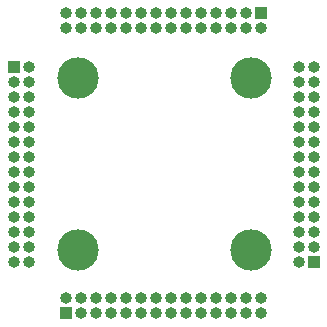
<source format=gbr>
G04 #@! TF.GenerationSoftware,KiCad,Pcbnew,(5.1.10-1-10_14)*
G04 #@! TF.CreationDate,2021-10-21T20:46:12-07:00*
G04 #@! TF.ProjectId,Caravel_breakout,43617261-7665-46c5-9f62-7265616b6f75,rev?*
G04 #@! TF.SameCoordinates,Original*
G04 #@! TF.FileFunction,Soldermask,Bot*
G04 #@! TF.FilePolarity,Negative*
%FSLAX46Y46*%
G04 Gerber Fmt 4.6, Leading zero omitted, Abs format (unit mm)*
G04 Created by KiCad (PCBNEW (5.1.10-1-10_14)) date 2021-10-21 20:46:12*
%MOMM*%
%LPD*%
G01*
G04 APERTURE LIST*
%ADD10O,1.000000X1.000000*%
%ADD11R,1.000000X1.000000*%
%ADD12C,3.500000*%
G04 APERTURE END LIST*
D10*
X124206000Y-101854000D03*
X122936000Y-101854000D03*
X124206000Y-100584000D03*
X122936000Y-100584000D03*
X124206000Y-99314000D03*
X122936000Y-99314000D03*
X124206000Y-98044000D03*
X122936000Y-98044000D03*
X124206000Y-96774000D03*
X122936000Y-96774000D03*
X124206000Y-95504000D03*
X122936000Y-95504000D03*
X124206000Y-94234000D03*
X122936000Y-94234000D03*
X124206000Y-92964000D03*
X122936000Y-92964000D03*
X124206000Y-91694000D03*
X122936000Y-91694000D03*
X124206000Y-90424000D03*
X122936000Y-90424000D03*
X124206000Y-89154000D03*
X122936000Y-89154000D03*
X124206000Y-87884000D03*
X122936000Y-87884000D03*
X124206000Y-86614000D03*
X122936000Y-86614000D03*
X124206000Y-85344000D03*
D11*
X122936000Y-85344000D03*
D12*
X128397000Y-86233000D03*
X143002000Y-86233000D03*
X143002000Y-100838000D03*
X128397000Y-100838000D03*
D10*
X147066000Y-85344000D03*
X148336000Y-85344000D03*
X147066000Y-86614000D03*
X148336000Y-86614000D03*
X147066000Y-87884000D03*
X148336000Y-87884000D03*
X147066000Y-89154000D03*
X148336000Y-89154000D03*
X147066000Y-90424000D03*
X148336000Y-90424000D03*
X147066000Y-91694000D03*
X148336000Y-91694000D03*
X147066000Y-92964000D03*
X148336000Y-92964000D03*
X147066000Y-94234000D03*
X148336000Y-94234000D03*
X147066000Y-95504000D03*
X148336000Y-95504000D03*
X147066000Y-96774000D03*
X148336000Y-96774000D03*
X147066000Y-98044000D03*
X148336000Y-98044000D03*
X147066000Y-99314000D03*
X148336000Y-99314000D03*
X147066000Y-100584000D03*
X148336000Y-100584000D03*
X147066000Y-101854000D03*
D11*
X148336000Y-101854000D03*
D10*
X143891000Y-104902000D03*
X143891000Y-106172000D03*
X142621000Y-104902000D03*
X142621000Y-106172000D03*
X141351000Y-104902000D03*
X141351000Y-106172000D03*
X140081000Y-104902000D03*
X140081000Y-106172000D03*
X138811000Y-104902000D03*
X138811000Y-106172000D03*
X137541000Y-104902000D03*
X137541000Y-106172000D03*
X136271000Y-104902000D03*
X136271000Y-106172000D03*
X135001000Y-104902000D03*
X135001000Y-106172000D03*
X133731000Y-104902000D03*
X133731000Y-106172000D03*
X132461000Y-104902000D03*
X132461000Y-106172000D03*
X131191000Y-104902000D03*
X131191000Y-106172000D03*
X129921000Y-104902000D03*
X129921000Y-106172000D03*
X128651000Y-104902000D03*
X128651000Y-106172000D03*
X127381000Y-104902000D03*
D11*
X127381000Y-106172000D03*
D10*
X127381000Y-82042000D03*
X127381000Y-80772000D03*
X128651000Y-82042000D03*
X128651000Y-80772000D03*
X129921000Y-82042000D03*
X129921000Y-80772000D03*
X131191000Y-82042000D03*
X131191000Y-80772000D03*
X132461000Y-82042000D03*
X132461000Y-80772000D03*
X133731000Y-82042000D03*
X133731000Y-80772000D03*
X135001000Y-82042000D03*
X135001000Y-80772000D03*
X136271000Y-82042000D03*
X136271000Y-80772000D03*
X137541000Y-82042000D03*
X137541000Y-80772000D03*
X138811000Y-82042000D03*
X138811000Y-80772000D03*
X140081000Y-82042000D03*
X140081000Y-80772000D03*
X141351000Y-82042000D03*
X141351000Y-80772000D03*
X142621000Y-82042000D03*
X142621000Y-80772000D03*
X143891000Y-82042000D03*
D11*
X143891000Y-80772000D03*
M02*

</source>
